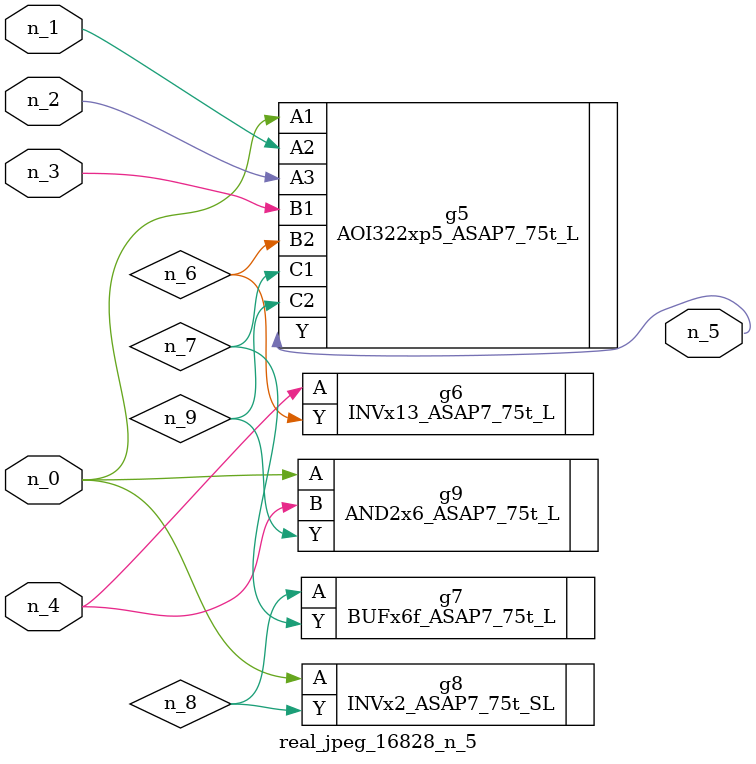
<source format=v>
module real_jpeg_16828_n_5 (n_4, n_0, n_1, n_2, n_3, n_5);

input n_4;
input n_0;
input n_1;
input n_2;
input n_3;

output n_5;

wire n_8;
wire n_6;
wire n_7;
wire n_9;

AOI322xp5_ASAP7_75t_L g5 ( 
.A1(n_0),
.A2(n_1),
.A3(n_2),
.B1(n_3),
.B2(n_6),
.C1(n_7),
.C2(n_9),
.Y(n_5)
);

INVx2_ASAP7_75t_SL g8 ( 
.A(n_0),
.Y(n_8)
);

AND2x6_ASAP7_75t_L g9 ( 
.A(n_0),
.B(n_4),
.Y(n_9)
);

INVx13_ASAP7_75t_L g6 ( 
.A(n_4),
.Y(n_6)
);

BUFx6f_ASAP7_75t_L g7 ( 
.A(n_8),
.Y(n_7)
);


endmodule
</source>
